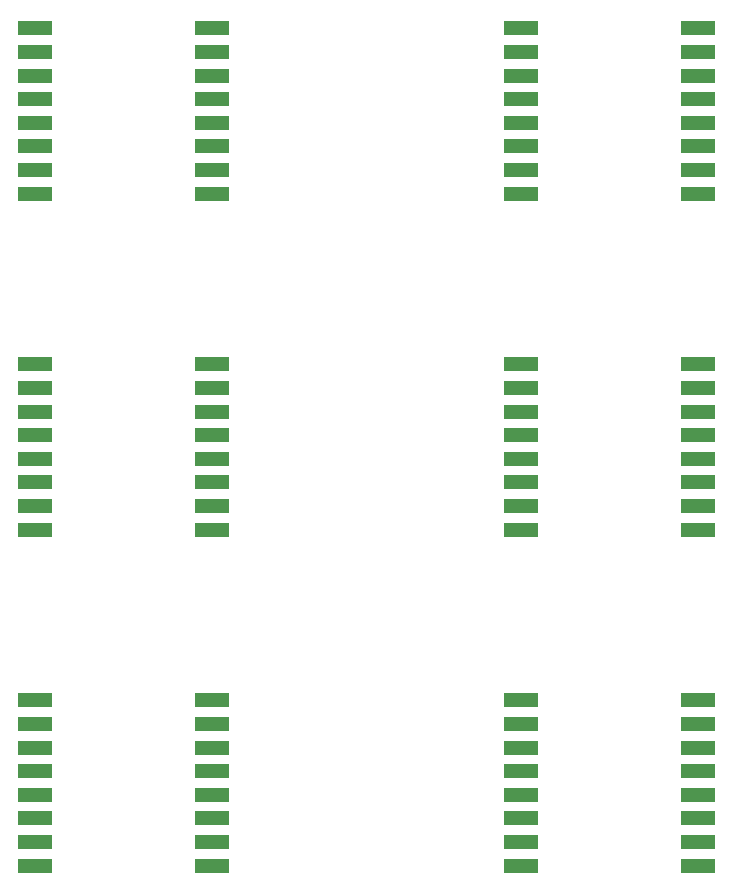
<source format=gbp>
G75*
%MOIN*%
%OFA0B0*%
%FSLAX25Y25*%
%IPPOS*%
%LPD*%
%AMOC8*
5,1,8,0,0,1.08239X$1,22.5*
%
%ADD10R,0.11811X0.04724*%
D10*
X0122222Y0056191D03*
X0122222Y0064065D03*
X0122222Y0071939D03*
X0122222Y0079813D03*
X0122222Y0087687D03*
X0122222Y0095561D03*
X0122222Y0103435D03*
X0122222Y0111309D03*
X0122222Y0168191D03*
X0122222Y0176065D03*
X0122222Y0183939D03*
X0122222Y0191813D03*
X0122222Y0199687D03*
X0122222Y0207561D03*
X0122222Y0215435D03*
X0122222Y0223309D03*
X0122222Y0280191D03*
X0122222Y0288065D03*
X0122222Y0295939D03*
X0122222Y0303813D03*
X0122222Y0311687D03*
X0122222Y0319561D03*
X0122222Y0327435D03*
X0122222Y0335309D03*
X0181278Y0335309D03*
X0181278Y0327435D03*
X0181278Y0319561D03*
X0181278Y0311687D03*
X0181278Y0303813D03*
X0181278Y0295939D03*
X0181278Y0288065D03*
X0181278Y0280191D03*
X0181278Y0223309D03*
X0181278Y0215435D03*
X0181278Y0207561D03*
X0181278Y0199687D03*
X0181278Y0191813D03*
X0181278Y0183939D03*
X0181278Y0176065D03*
X0181278Y0168191D03*
X0181278Y0111309D03*
X0181278Y0103435D03*
X0181278Y0095561D03*
X0181278Y0087687D03*
X0181278Y0079813D03*
X0181278Y0071939D03*
X0181278Y0064065D03*
X0181278Y0056191D03*
X0284222Y0056191D03*
X0284222Y0064065D03*
X0284222Y0071939D03*
X0284222Y0079813D03*
X0284222Y0087687D03*
X0284222Y0095561D03*
X0284222Y0103435D03*
X0284222Y0111309D03*
X0284222Y0168191D03*
X0284222Y0176065D03*
X0284222Y0183939D03*
X0284222Y0191813D03*
X0284222Y0199687D03*
X0284222Y0207561D03*
X0284222Y0215435D03*
X0284222Y0223309D03*
X0284222Y0280191D03*
X0284222Y0288065D03*
X0284222Y0295939D03*
X0284222Y0303813D03*
X0284222Y0311687D03*
X0284222Y0319561D03*
X0284222Y0327435D03*
X0284222Y0335309D03*
X0343278Y0335309D03*
X0343278Y0327435D03*
X0343278Y0319561D03*
X0343278Y0311687D03*
X0343278Y0303813D03*
X0343278Y0295939D03*
X0343278Y0288065D03*
X0343278Y0280191D03*
X0343278Y0223309D03*
X0343278Y0215435D03*
X0343278Y0207561D03*
X0343278Y0199687D03*
X0343278Y0191813D03*
X0343278Y0183939D03*
X0343278Y0176065D03*
X0343278Y0168191D03*
X0343278Y0111309D03*
X0343278Y0103435D03*
X0343278Y0095561D03*
X0343278Y0087687D03*
X0343278Y0079813D03*
X0343278Y0071939D03*
X0343278Y0064065D03*
X0343278Y0056191D03*
M02*

</source>
